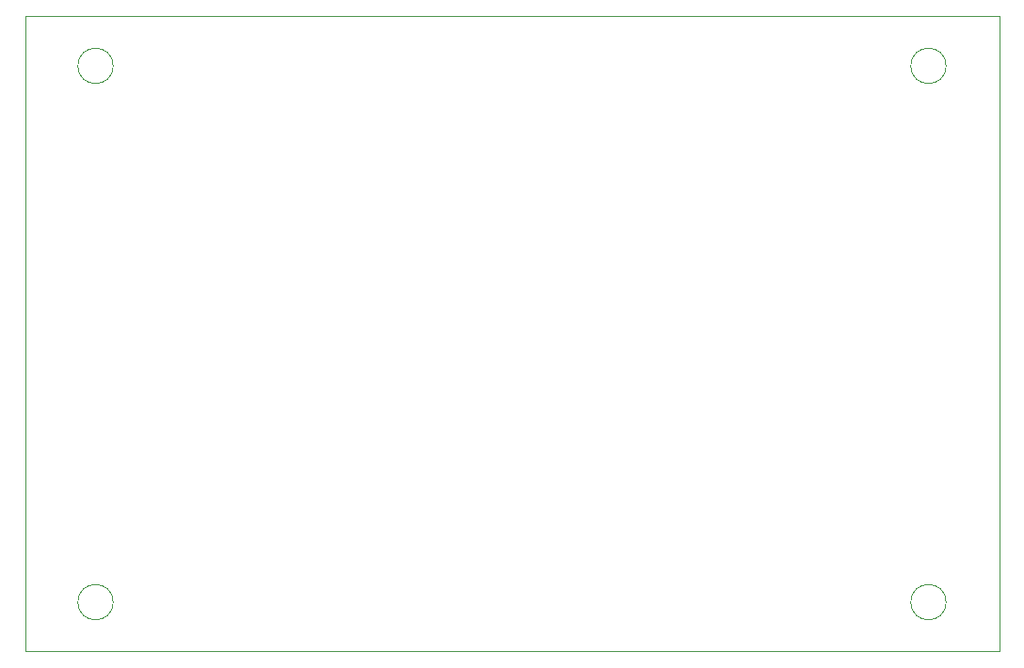
<source format=gbr>
%TF.GenerationSoftware,KiCad,Pcbnew,(6.0.0)*%
%TF.CreationDate,2022-08-22T12:49:25+02:00*%
%TF.ProjectId,pcb,7063622e-6b69-4636-9164-5f7063625858,rev?*%
%TF.SameCoordinates,Original*%
%TF.FileFunction,Profile,NP*%
%FSLAX46Y46*%
G04 Gerber Fmt 4.6, Leading zero omitted, Abs format (unit mm)*
G04 Created by KiCad (PCBNEW (6.0.0)) date 2022-08-22 12:49:25*
%MOMM*%
%LPD*%
G01*
G04 APERTURE LIST*
%TA.AperFunction,Profile*%
%ADD10C,0.100000*%
%TD*%
G04 APERTURE END LIST*
D10*
X235271305Y-95250000D02*
G75*
G03*
X235271305Y-95250000I-1591305J0D01*
G01*
X235271305Y-46990000D02*
G75*
G03*
X235271305Y-46990000I-1591305J0D01*
G01*
X160341305Y-95250000D02*
G75*
G03*
X160341305Y-95250000I-1591305J0D01*
G01*
X240030000Y-42545000D02*
X240030000Y-99695000D01*
X160341305Y-46990000D02*
G75*
G03*
X160341305Y-46990000I-1591305J0D01*
G01*
X152400000Y-42545000D02*
X152400000Y-99695000D01*
X240030000Y-42545000D02*
X152400000Y-42545000D01*
X240030000Y-99695000D02*
X152400000Y-99695000D01*
M02*

</source>
